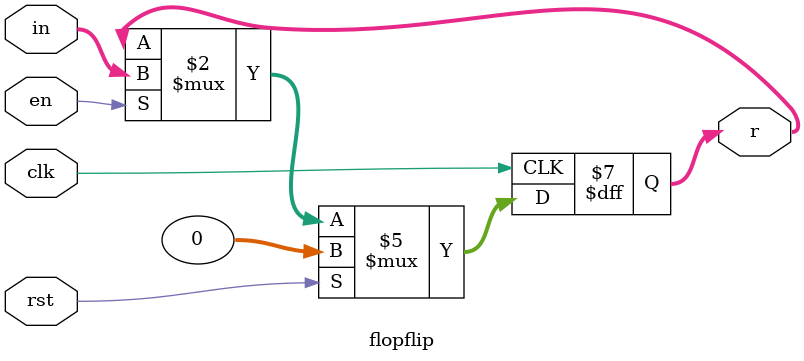
<source format=v>
`timescale 1ns / 1ps


module flopflip #(parameter MSB = 31)
    (
        input clk,rst,en,
        input [MSB:0] in,
        output [MSB:0] r
    );
    reg [MSB:0] r = 0;
    
    always @(posedge clk) begin
    if (rst) begin
        r = 0;
        end 
    else begin
        r = en ? in : r;
        end
    end
    
endmodule

</source>
